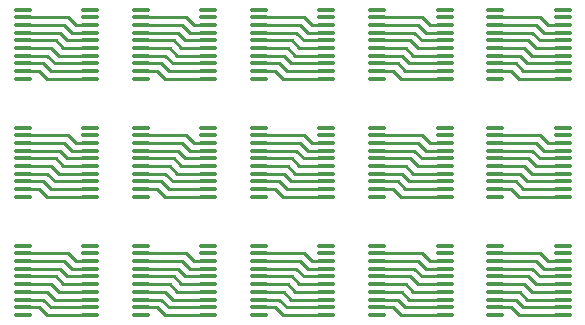
<source format=gbr>
%TF.GenerationSoftware,KiCad,Pcbnew,6.0.9*%
%TF.CreationDate,2023-01-31T22:29:55+01:00*%
%TF.ProjectId,hc245t-bypass-esd-panel,68633234-3574-42d6-9279-706173732d65,${revision}*%
%TF.SameCoordinates,Original*%
%TF.FileFunction,Copper,L2,Bot*%
%TF.FilePolarity,Positive*%
%FSLAX46Y46*%
G04 Gerber Fmt 4.6, Leading zero omitted, Abs format (unit mm)*
G04 Created by KiCad (PCBNEW 6.0.9) date 2023-01-31 22:29:55*
%MOMM*%
%LPD*%
G01*
G04 APERTURE LIST*
G04 Aperture macros list*
%AMRoundRect*
0 Rectangle with rounded corners*
0 $1 Rounding radius*
0 $2 $3 $4 $5 $6 $7 $8 $9 X,Y pos of 4 corners*
0 Add a 4 corners polygon primitive as box body*
4,1,4,$2,$3,$4,$5,$6,$7,$8,$9,$2,$3,0*
0 Add four circle primitives for the rounded corners*
1,1,$1+$1,$2,$3*
1,1,$1+$1,$4,$5*
1,1,$1+$1,$6,$7*
1,1,$1+$1,$8,$9*
0 Add four rect primitives between the rounded corners*
20,1,$1+$1,$2,$3,$4,$5,0*
20,1,$1+$1,$4,$5,$6,$7,0*
20,1,$1+$1,$6,$7,$8,$9,0*
20,1,$1+$1,$8,$9,$2,$3,0*%
G04 Aperture macros list end*
%TA.AperFunction,ComponentPad*%
%ADD10RoundRect,0.100000X-0.637500X-0.100000X0.637500X-0.100000X0.637500X0.100000X-0.637500X0.100000X0*%
%TD*%
%TA.AperFunction,Conductor*%
%ADD11C,0.250000*%
%TD*%
G04 APERTURE END LIST*
D10*
%TO.P,U1,1,A->B*%
%TO.N,unconnected-(U1-Pad1)*%
X102137500Y-82075000D03*
%TO.P,U1,2,A0*%
%TO.N,/D0*%
X102137500Y-82725000D03*
%TO.P,U1,3,A1*%
%TO.N,/D1*%
X102137500Y-83375000D03*
%TO.P,U1,4,A2*%
%TO.N,/D2*%
X102137500Y-84025000D03*
%TO.P,U1,5,A3*%
%TO.N,/D3*%
X102137500Y-84675000D03*
%TO.P,U1,6,A4*%
%TO.N,/D4*%
X102137500Y-85325000D03*
%TO.P,U1,7,A5*%
%TO.N,/D5*%
X102137500Y-85975000D03*
%TO.P,U1,8,A6*%
%TO.N,/D6*%
X102137500Y-86625000D03*
%TO.P,U1,9,A7*%
%TO.N,/D7*%
X102137500Y-87275000D03*
%TO.P,U1,10,GND*%
%TO.N,GND*%
X102137500Y-87925000D03*
%TO.P,U1,11,B7*%
%TO.N,/D7*%
X107862500Y-87925000D03*
%TO.P,U1,12,B6*%
%TO.N,/D6*%
X107862500Y-87275000D03*
%TO.P,U1,13,B5*%
%TO.N,/D5*%
X107862500Y-86625000D03*
%TO.P,U1,14,B4*%
%TO.N,/D4*%
X107862500Y-85975000D03*
%TO.P,U1,15,B3*%
%TO.N,/D3*%
X107862500Y-85325000D03*
%TO.P,U1,16,B2*%
%TO.N,/D2*%
X107862500Y-84675000D03*
%TO.P,U1,17,B1*%
%TO.N,/D1*%
X107862500Y-84025000D03*
%TO.P,U1,18,B0*%
%TO.N,/D0*%
X107862500Y-83375000D03*
%TO.P,U1,19,CE*%
%TO.N,unconnected-(U1-Pad19)*%
X107862500Y-82725000D03*
%TO.P,U1,20,VCC*%
%TO.N,VCC*%
X107862500Y-82075000D03*
%TD*%
%TO.P,U1,1,A->B*%
%TO.N,unconnected-(U1-Pad1)*%
X102137500Y-102075000D03*
%TO.P,U1,2,A0*%
%TO.N,/D0*%
X102137500Y-102725000D03*
%TO.P,U1,3,A1*%
%TO.N,/D1*%
X102137500Y-103375000D03*
%TO.P,U1,4,A2*%
%TO.N,/D2*%
X102137500Y-104025000D03*
%TO.P,U1,5,A3*%
%TO.N,/D3*%
X102137500Y-104675000D03*
%TO.P,U1,6,A4*%
%TO.N,/D4*%
X102137500Y-105325000D03*
%TO.P,U1,7,A5*%
%TO.N,/D5*%
X102137500Y-105975000D03*
%TO.P,U1,8,A6*%
%TO.N,/D6*%
X102137500Y-106625000D03*
%TO.P,U1,9,A7*%
%TO.N,/D7*%
X102137500Y-107275000D03*
%TO.P,U1,10,GND*%
%TO.N,GND*%
X102137500Y-107925000D03*
%TO.P,U1,11,B7*%
%TO.N,/D7*%
X107862500Y-107925000D03*
%TO.P,U1,12,B6*%
%TO.N,/D6*%
X107862500Y-107275000D03*
%TO.P,U1,13,B5*%
%TO.N,/D5*%
X107862500Y-106625000D03*
%TO.P,U1,14,B4*%
%TO.N,/D4*%
X107862500Y-105975000D03*
%TO.P,U1,15,B3*%
%TO.N,/D3*%
X107862500Y-105325000D03*
%TO.P,U1,16,B2*%
%TO.N,/D2*%
X107862500Y-104675000D03*
%TO.P,U1,17,B1*%
%TO.N,/D1*%
X107862500Y-104025000D03*
%TO.P,U1,18,B0*%
%TO.N,/D0*%
X107862500Y-103375000D03*
%TO.P,U1,19,CE*%
%TO.N,unconnected-(U1-Pad19)*%
X107862500Y-102725000D03*
%TO.P,U1,20,VCC*%
%TO.N,VCC*%
X107862500Y-102075000D03*
%TD*%
%TO.P,U1,1,A->B*%
%TO.N,unconnected-(U1-Pad1)*%
X122137500Y-82075000D03*
%TO.P,U1,2,A0*%
%TO.N,/D0*%
X122137500Y-82725000D03*
%TO.P,U1,3,A1*%
%TO.N,/D1*%
X122137500Y-83375000D03*
%TO.P,U1,4,A2*%
%TO.N,/D2*%
X122137500Y-84025000D03*
%TO.P,U1,5,A3*%
%TO.N,/D3*%
X122137500Y-84675000D03*
%TO.P,U1,6,A4*%
%TO.N,/D4*%
X122137500Y-85325000D03*
%TO.P,U1,7,A5*%
%TO.N,/D5*%
X122137500Y-85975000D03*
%TO.P,U1,8,A6*%
%TO.N,/D6*%
X122137500Y-86625000D03*
%TO.P,U1,9,A7*%
%TO.N,/D7*%
X122137500Y-87275000D03*
%TO.P,U1,10,GND*%
%TO.N,GND*%
X122137500Y-87925000D03*
%TO.P,U1,11,B7*%
%TO.N,/D7*%
X127862500Y-87925000D03*
%TO.P,U1,12,B6*%
%TO.N,/D6*%
X127862500Y-87275000D03*
%TO.P,U1,13,B5*%
%TO.N,/D5*%
X127862500Y-86625000D03*
%TO.P,U1,14,B4*%
%TO.N,/D4*%
X127862500Y-85975000D03*
%TO.P,U1,15,B3*%
%TO.N,/D3*%
X127862500Y-85325000D03*
%TO.P,U1,16,B2*%
%TO.N,/D2*%
X127862500Y-84675000D03*
%TO.P,U1,17,B1*%
%TO.N,/D1*%
X127862500Y-84025000D03*
%TO.P,U1,18,B0*%
%TO.N,/D0*%
X127862500Y-83375000D03*
%TO.P,U1,19,CE*%
%TO.N,unconnected-(U1-Pad19)*%
X127862500Y-82725000D03*
%TO.P,U1,20,VCC*%
%TO.N,VCC*%
X127862500Y-82075000D03*
%TD*%
%TO.P,U1,1,A->B*%
%TO.N,unconnected-(U1-Pad1)*%
X92137500Y-82075000D03*
%TO.P,U1,2,A0*%
%TO.N,/D0*%
X92137500Y-82725000D03*
%TO.P,U1,3,A1*%
%TO.N,/D1*%
X92137500Y-83375000D03*
%TO.P,U1,4,A2*%
%TO.N,/D2*%
X92137500Y-84025000D03*
%TO.P,U1,5,A3*%
%TO.N,/D3*%
X92137500Y-84675000D03*
%TO.P,U1,6,A4*%
%TO.N,/D4*%
X92137500Y-85325000D03*
%TO.P,U1,7,A5*%
%TO.N,/D5*%
X92137500Y-85975000D03*
%TO.P,U1,8,A6*%
%TO.N,/D6*%
X92137500Y-86625000D03*
%TO.P,U1,9,A7*%
%TO.N,/D7*%
X92137500Y-87275000D03*
%TO.P,U1,10,GND*%
%TO.N,GND*%
X92137500Y-87925000D03*
%TO.P,U1,11,B7*%
%TO.N,/D7*%
X97862500Y-87925000D03*
%TO.P,U1,12,B6*%
%TO.N,/D6*%
X97862500Y-87275000D03*
%TO.P,U1,13,B5*%
%TO.N,/D5*%
X97862500Y-86625000D03*
%TO.P,U1,14,B4*%
%TO.N,/D4*%
X97862500Y-85975000D03*
%TO.P,U1,15,B3*%
%TO.N,/D3*%
X97862500Y-85325000D03*
%TO.P,U1,16,B2*%
%TO.N,/D2*%
X97862500Y-84675000D03*
%TO.P,U1,17,B1*%
%TO.N,/D1*%
X97862500Y-84025000D03*
%TO.P,U1,18,B0*%
%TO.N,/D0*%
X97862500Y-83375000D03*
%TO.P,U1,19,CE*%
%TO.N,unconnected-(U1-Pad19)*%
X97862500Y-82725000D03*
%TO.P,U1,20,VCC*%
%TO.N,VCC*%
X97862500Y-82075000D03*
%TD*%
%TO.P,U1,1,A->B*%
%TO.N,unconnected-(U1-Pad1)*%
X112137500Y-82075000D03*
%TO.P,U1,2,A0*%
%TO.N,/D0*%
X112137500Y-82725000D03*
%TO.P,U1,3,A1*%
%TO.N,/D1*%
X112137500Y-83375000D03*
%TO.P,U1,4,A2*%
%TO.N,/D2*%
X112137500Y-84025000D03*
%TO.P,U1,5,A3*%
%TO.N,/D3*%
X112137500Y-84675000D03*
%TO.P,U1,6,A4*%
%TO.N,/D4*%
X112137500Y-85325000D03*
%TO.P,U1,7,A5*%
%TO.N,/D5*%
X112137500Y-85975000D03*
%TO.P,U1,8,A6*%
%TO.N,/D6*%
X112137500Y-86625000D03*
%TO.P,U1,9,A7*%
%TO.N,/D7*%
X112137500Y-87275000D03*
%TO.P,U1,10,GND*%
%TO.N,GND*%
X112137500Y-87925000D03*
%TO.P,U1,11,B7*%
%TO.N,/D7*%
X117862500Y-87925000D03*
%TO.P,U1,12,B6*%
%TO.N,/D6*%
X117862500Y-87275000D03*
%TO.P,U1,13,B5*%
%TO.N,/D5*%
X117862500Y-86625000D03*
%TO.P,U1,14,B4*%
%TO.N,/D4*%
X117862500Y-85975000D03*
%TO.P,U1,15,B3*%
%TO.N,/D3*%
X117862500Y-85325000D03*
%TO.P,U1,16,B2*%
%TO.N,/D2*%
X117862500Y-84675000D03*
%TO.P,U1,17,B1*%
%TO.N,/D1*%
X117862500Y-84025000D03*
%TO.P,U1,18,B0*%
%TO.N,/D0*%
X117862500Y-83375000D03*
%TO.P,U1,19,CE*%
%TO.N,unconnected-(U1-Pad19)*%
X117862500Y-82725000D03*
%TO.P,U1,20,VCC*%
%TO.N,VCC*%
X117862500Y-82075000D03*
%TD*%
%TO.P,U1,1,A->B*%
%TO.N,unconnected-(U1-Pad1)*%
X92137500Y-92075000D03*
%TO.P,U1,2,A0*%
%TO.N,/D0*%
X92137500Y-92725000D03*
%TO.P,U1,3,A1*%
%TO.N,/D1*%
X92137500Y-93375000D03*
%TO.P,U1,4,A2*%
%TO.N,/D2*%
X92137500Y-94025000D03*
%TO.P,U1,5,A3*%
%TO.N,/D3*%
X92137500Y-94675000D03*
%TO.P,U1,6,A4*%
%TO.N,/D4*%
X92137500Y-95325000D03*
%TO.P,U1,7,A5*%
%TO.N,/D5*%
X92137500Y-95975000D03*
%TO.P,U1,8,A6*%
%TO.N,/D6*%
X92137500Y-96625000D03*
%TO.P,U1,9,A7*%
%TO.N,/D7*%
X92137500Y-97275000D03*
%TO.P,U1,10,GND*%
%TO.N,GND*%
X92137500Y-97925000D03*
%TO.P,U1,11,B7*%
%TO.N,/D7*%
X97862500Y-97925000D03*
%TO.P,U1,12,B6*%
%TO.N,/D6*%
X97862500Y-97275000D03*
%TO.P,U1,13,B5*%
%TO.N,/D5*%
X97862500Y-96625000D03*
%TO.P,U1,14,B4*%
%TO.N,/D4*%
X97862500Y-95975000D03*
%TO.P,U1,15,B3*%
%TO.N,/D3*%
X97862500Y-95325000D03*
%TO.P,U1,16,B2*%
%TO.N,/D2*%
X97862500Y-94675000D03*
%TO.P,U1,17,B1*%
%TO.N,/D1*%
X97862500Y-94025000D03*
%TO.P,U1,18,B0*%
%TO.N,/D0*%
X97862500Y-93375000D03*
%TO.P,U1,19,CE*%
%TO.N,unconnected-(U1-Pad19)*%
X97862500Y-92725000D03*
%TO.P,U1,20,VCC*%
%TO.N,VCC*%
X97862500Y-92075000D03*
%TD*%
%TO.P,U1,1,A->B*%
%TO.N,unconnected-(U1-Pad1)*%
X112137500Y-102075000D03*
%TO.P,U1,2,A0*%
%TO.N,/D0*%
X112137500Y-102725000D03*
%TO.P,U1,3,A1*%
%TO.N,/D1*%
X112137500Y-103375000D03*
%TO.P,U1,4,A2*%
%TO.N,/D2*%
X112137500Y-104025000D03*
%TO.P,U1,5,A3*%
%TO.N,/D3*%
X112137500Y-104675000D03*
%TO.P,U1,6,A4*%
%TO.N,/D4*%
X112137500Y-105325000D03*
%TO.P,U1,7,A5*%
%TO.N,/D5*%
X112137500Y-105975000D03*
%TO.P,U1,8,A6*%
%TO.N,/D6*%
X112137500Y-106625000D03*
%TO.P,U1,9,A7*%
%TO.N,/D7*%
X112137500Y-107275000D03*
%TO.P,U1,10,GND*%
%TO.N,GND*%
X112137500Y-107925000D03*
%TO.P,U1,11,B7*%
%TO.N,/D7*%
X117862500Y-107925000D03*
%TO.P,U1,12,B6*%
%TO.N,/D6*%
X117862500Y-107275000D03*
%TO.P,U1,13,B5*%
%TO.N,/D5*%
X117862500Y-106625000D03*
%TO.P,U1,14,B4*%
%TO.N,/D4*%
X117862500Y-105975000D03*
%TO.P,U1,15,B3*%
%TO.N,/D3*%
X117862500Y-105325000D03*
%TO.P,U1,16,B2*%
%TO.N,/D2*%
X117862500Y-104675000D03*
%TO.P,U1,17,B1*%
%TO.N,/D1*%
X117862500Y-104025000D03*
%TO.P,U1,18,B0*%
%TO.N,/D0*%
X117862500Y-103375000D03*
%TO.P,U1,19,CE*%
%TO.N,unconnected-(U1-Pad19)*%
X117862500Y-102725000D03*
%TO.P,U1,20,VCC*%
%TO.N,VCC*%
X117862500Y-102075000D03*
%TD*%
%TO.P,U1,1,A->B*%
%TO.N,unconnected-(U1-Pad1)*%
X132137500Y-92075000D03*
%TO.P,U1,2,A0*%
%TO.N,/D0*%
X132137500Y-92725000D03*
%TO.P,U1,3,A1*%
%TO.N,/D1*%
X132137500Y-93375000D03*
%TO.P,U1,4,A2*%
%TO.N,/D2*%
X132137500Y-94025000D03*
%TO.P,U1,5,A3*%
%TO.N,/D3*%
X132137500Y-94675000D03*
%TO.P,U1,6,A4*%
%TO.N,/D4*%
X132137500Y-95325000D03*
%TO.P,U1,7,A5*%
%TO.N,/D5*%
X132137500Y-95975000D03*
%TO.P,U1,8,A6*%
%TO.N,/D6*%
X132137500Y-96625000D03*
%TO.P,U1,9,A7*%
%TO.N,/D7*%
X132137500Y-97275000D03*
%TO.P,U1,10,GND*%
%TO.N,GND*%
X132137500Y-97925000D03*
%TO.P,U1,11,B7*%
%TO.N,/D7*%
X137862500Y-97925000D03*
%TO.P,U1,12,B6*%
%TO.N,/D6*%
X137862500Y-97275000D03*
%TO.P,U1,13,B5*%
%TO.N,/D5*%
X137862500Y-96625000D03*
%TO.P,U1,14,B4*%
%TO.N,/D4*%
X137862500Y-95975000D03*
%TO.P,U1,15,B3*%
%TO.N,/D3*%
X137862500Y-95325000D03*
%TO.P,U1,16,B2*%
%TO.N,/D2*%
X137862500Y-94675000D03*
%TO.P,U1,17,B1*%
%TO.N,/D1*%
X137862500Y-94025000D03*
%TO.P,U1,18,B0*%
%TO.N,/D0*%
X137862500Y-93375000D03*
%TO.P,U1,19,CE*%
%TO.N,unconnected-(U1-Pad19)*%
X137862500Y-92725000D03*
%TO.P,U1,20,VCC*%
%TO.N,VCC*%
X137862500Y-92075000D03*
%TD*%
%TO.P,U1,1,A->B*%
%TO.N,unconnected-(U1-Pad1)*%
X132137500Y-102075000D03*
%TO.P,U1,2,A0*%
%TO.N,/D0*%
X132137500Y-102725000D03*
%TO.P,U1,3,A1*%
%TO.N,/D1*%
X132137500Y-103375000D03*
%TO.P,U1,4,A2*%
%TO.N,/D2*%
X132137500Y-104025000D03*
%TO.P,U1,5,A3*%
%TO.N,/D3*%
X132137500Y-104675000D03*
%TO.P,U1,6,A4*%
%TO.N,/D4*%
X132137500Y-105325000D03*
%TO.P,U1,7,A5*%
%TO.N,/D5*%
X132137500Y-105975000D03*
%TO.P,U1,8,A6*%
%TO.N,/D6*%
X132137500Y-106625000D03*
%TO.P,U1,9,A7*%
%TO.N,/D7*%
X132137500Y-107275000D03*
%TO.P,U1,10,GND*%
%TO.N,GND*%
X132137500Y-107925000D03*
%TO.P,U1,11,B7*%
%TO.N,/D7*%
X137862500Y-107925000D03*
%TO.P,U1,12,B6*%
%TO.N,/D6*%
X137862500Y-107275000D03*
%TO.P,U1,13,B5*%
%TO.N,/D5*%
X137862500Y-106625000D03*
%TO.P,U1,14,B4*%
%TO.N,/D4*%
X137862500Y-105975000D03*
%TO.P,U1,15,B3*%
%TO.N,/D3*%
X137862500Y-105325000D03*
%TO.P,U1,16,B2*%
%TO.N,/D2*%
X137862500Y-104675000D03*
%TO.P,U1,17,B1*%
%TO.N,/D1*%
X137862500Y-104025000D03*
%TO.P,U1,18,B0*%
%TO.N,/D0*%
X137862500Y-103375000D03*
%TO.P,U1,19,CE*%
%TO.N,unconnected-(U1-Pad19)*%
X137862500Y-102725000D03*
%TO.P,U1,20,VCC*%
%TO.N,VCC*%
X137862500Y-102075000D03*
%TD*%
%TO.P,U1,1,A->B*%
%TO.N,unconnected-(U1-Pad1)*%
X122137500Y-102075000D03*
%TO.P,U1,2,A0*%
%TO.N,/D0*%
X122137500Y-102725000D03*
%TO.P,U1,3,A1*%
%TO.N,/D1*%
X122137500Y-103375000D03*
%TO.P,U1,4,A2*%
%TO.N,/D2*%
X122137500Y-104025000D03*
%TO.P,U1,5,A3*%
%TO.N,/D3*%
X122137500Y-104675000D03*
%TO.P,U1,6,A4*%
%TO.N,/D4*%
X122137500Y-105325000D03*
%TO.P,U1,7,A5*%
%TO.N,/D5*%
X122137500Y-105975000D03*
%TO.P,U1,8,A6*%
%TO.N,/D6*%
X122137500Y-106625000D03*
%TO.P,U1,9,A7*%
%TO.N,/D7*%
X122137500Y-107275000D03*
%TO.P,U1,10,GND*%
%TO.N,GND*%
X122137500Y-107925000D03*
%TO.P,U1,11,B7*%
%TO.N,/D7*%
X127862500Y-107925000D03*
%TO.P,U1,12,B6*%
%TO.N,/D6*%
X127862500Y-107275000D03*
%TO.P,U1,13,B5*%
%TO.N,/D5*%
X127862500Y-106625000D03*
%TO.P,U1,14,B4*%
%TO.N,/D4*%
X127862500Y-105975000D03*
%TO.P,U1,15,B3*%
%TO.N,/D3*%
X127862500Y-105325000D03*
%TO.P,U1,16,B2*%
%TO.N,/D2*%
X127862500Y-104675000D03*
%TO.P,U1,17,B1*%
%TO.N,/D1*%
X127862500Y-104025000D03*
%TO.P,U1,18,B0*%
%TO.N,/D0*%
X127862500Y-103375000D03*
%TO.P,U1,19,CE*%
%TO.N,unconnected-(U1-Pad19)*%
X127862500Y-102725000D03*
%TO.P,U1,20,VCC*%
%TO.N,VCC*%
X127862500Y-102075000D03*
%TD*%
%TO.P,U1,1,A->B*%
%TO.N,unconnected-(U1-Pad1)*%
X122137500Y-92075000D03*
%TO.P,U1,2,A0*%
%TO.N,/D0*%
X122137500Y-92725000D03*
%TO.P,U1,3,A1*%
%TO.N,/D1*%
X122137500Y-93375000D03*
%TO.P,U1,4,A2*%
%TO.N,/D2*%
X122137500Y-94025000D03*
%TO.P,U1,5,A3*%
%TO.N,/D3*%
X122137500Y-94675000D03*
%TO.P,U1,6,A4*%
%TO.N,/D4*%
X122137500Y-95325000D03*
%TO.P,U1,7,A5*%
%TO.N,/D5*%
X122137500Y-95975000D03*
%TO.P,U1,8,A6*%
%TO.N,/D6*%
X122137500Y-96625000D03*
%TO.P,U1,9,A7*%
%TO.N,/D7*%
X122137500Y-97275000D03*
%TO.P,U1,10,GND*%
%TO.N,GND*%
X122137500Y-97925000D03*
%TO.P,U1,11,B7*%
%TO.N,/D7*%
X127862500Y-97925000D03*
%TO.P,U1,12,B6*%
%TO.N,/D6*%
X127862500Y-97275000D03*
%TO.P,U1,13,B5*%
%TO.N,/D5*%
X127862500Y-96625000D03*
%TO.P,U1,14,B4*%
%TO.N,/D4*%
X127862500Y-95975000D03*
%TO.P,U1,15,B3*%
%TO.N,/D3*%
X127862500Y-95325000D03*
%TO.P,U1,16,B2*%
%TO.N,/D2*%
X127862500Y-94675000D03*
%TO.P,U1,17,B1*%
%TO.N,/D1*%
X127862500Y-94025000D03*
%TO.P,U1,18,B0*%
%TO.N,/D0*%
X127862500Y-93375000D03*
%TO.P,U1,19,CE*%
%TO.N,unconnected-(U1-Pad19)*%
X127862500Y-92725000D03*
%TO.P,U1,20,VCC*%
%TO.N,VCC*%
X127862500Y-92075000D03*
%TD*%
%TO.P,U1,1,A->B*%
%TO.N,unconnected-(U1-Pad1)*%
X92137500Y-102075000D03*
%TO.P,U1,2,A0*%
%TO.N,/D0*%
X92137500Y-102725000D03*
%TO.P,U1,3,A1*%
%TO.N,/D1*%
X92137500Y-103375000D03*
%TO.P,U1,4,A2*%
%TO.N,/D2*%
X92137500Y-104025000D03*
%TO.P,U1,5,A3*%
%TO.N,/D3*%
X92137500Y-104675000D03*
%TO.P,U1,6,A4*%
%TO.N,/D4*%
X92137500Y-105325000D03*
%TO.P,U1,7,A5*%
%TO.N,/D5*%
X92137500Y-105975000D03*
%TO.P,U1,8,A6*%
%TO.N,/D6*%
X92137500Y-106625000D03*
%TO.P,U1,9,A7*%
%TO.N,/D7*%
X92137500Y-107275000D03*
%TO.P,U1,10,GND*%
%TO.N,GND*%
X92137500Y-107925000D03*
%TO.P,U1,11,B7*%
%TO.N,/D7*%
X97862500Y-107925000D03*
%TO.P,U1,12,B6*%
%TO.N,/D6*%
X97862500Y-107275000D03*
%TO.P,U1,13,B5*%
%TO.N,/D5*%
X97862500Y-106625000D03*
%TO.P,U1,14,B4*%
%TO.N,/D4*%
X97862500Y-105975000D03*
%TO.P,U1,15,B3*%
%TO.N,/D3*%
X97862500Y-105325000D03*
%TO.P,U1,16,B2*%
%TO.N,/D2*%
X97862500Y-104675000D03*
%TO.P,U1,17,B1*%
%TO.N,/D1*%
X97862500Y-104025000D03*
%TO.P,U1,18,B0*%
%TO.N,/D0*%
X97862500Y-103375000D03*
%TO.P,U1,19,CE*%
%TO.N,unconnected-(U1-Pad19)*%
X97862500Y-102725000D03*
%TO.P,U1,20,VCC*%
%TO.N,VCC*%
X97862500Y-102075000D03*
%TD*%
%TO.P,U1,1,A->B*%
%TO.N,unconnected-(U1-Pad1)*%
X102137500Y-92075000D03*
%TO.P,U1,2,A0*%
%TO.N,/D0*%
X102137500Y-92725000D03*
%TO.P,U1,3,A1*%
%TO.N,/D1*%
X102137500Y-93375000D03*
%TO.P,U1,4,A2*%
%TO.N,/D2*%
X102137500Y-94025000D03*
%TO.P,U1,5,A3*%
%TO.N,/D3*%
X102137500Y-94675000D03*
%TO.P,U1,6,A4*%
%TO.N,/D4*%
X102137500Y-95325000D03*
%TO.P,U1,7,A5*%
%TO.N,/D5*%
X102137500Y-95975000D03*
%TO.P,U1,8,A6*%
%TO.N,/D6*%
X102137500Y-96625000D03*
%TO.P,U1,9,A7*%
%TO.N,/D7*%
X102137500Y-97275000D03*
%TO.P,U1,10,GND*%
%TO.N,GND*%
X102137500Y-97925000D03*
%TO.P,U1,11,B7*%
%TO.N,/D7*%
X107862500Y-97925000D03*
%TO.P,U1,12,B6*%
%TO.N,/D6*%
X107862500Y-97275000D03*
%TO.P,U1,13,B5*%
%TO.N,/D5*%
X107862500Y-96625000D03*
%TO.P,U1,14,B4*%
%TO.N,/D4*%
X107862500Y-95975000D03*
%TO.P,U1,15,B3*%
%TO.N,/D3*%
X107862500Y-95325000D03*
%TO.P,U1,16,B2*%
%TO.N,/D2*%
X107862500Y-94675000D03*
%TO.P,U1,17,B1*%
%TO.N,/D1*%
X107862500Y-94025000D03*
%TO.P,U1,18,B0*%
%TO.N,/D0*%
X107862500Y-93375000D03*
%TO.P,U1,19,CE*%
%TO.N,unconnected-(U1-Pad19)*%
X107862500Y-92725000D03*
%TO.P,U1,20,VCC*%
%TO.N,VCC*%
X107862500Y-92075000D03*
%TD*%
%TO.P,U1,1,A->B*%
%TO.N,unconnected-(U1-Pad1)*%
X112137500Y-92075000D03*
%TO.P,U1,2,A0*%
%TO.N,/D0*%
X112137500Y-92725000D03*
%TO.P,U1,3,A1*%
%TO.N,/D1*%
X112137500Y-93375000D03*
%TO.P,U1,4,A2*%
%TO.N,/D2*%
X112137500Y-94025000D03*
%TO.P,U1,5,A3*%
%TO.N,/D3*%
X112137500Y-94675000D03*
%TO.P,U1,6,A4*%
%TO.N,/D4*%
X112137500Y-95325000D03*
%TO.P,U1,7,A5*%
%TO.N,/D5*%
X112137500Y-95975000D03*
%TO.P,U1,8,A6*%
%TO.N,/D6*%
X112137500Y-96625000D03*
%TO.P,U1,9,A7*%
%TO.N,/D7*%
X112137500Y-97275000D03*
%TO.P,U1,10,GND*%
%TO.N,GND*%
X112137500Y-97925000D03*
%TO.P,U1,11,B7*%
%TO.N,/D7*%
X117862500Y-97925000D03*
%TO.P,U1,12,B6*%
%TO.N,/D6*%
X117862500Y-97275000D03*
%TO.P,U1,13,B5*%
%TO.N,/D5*%
X117862500Y-96625000D03*
%TO.P,U1,14,B4*%
%TO.N,/D4*%
X117862500Y-95975000D03*
%TO.P,U1,15,B3*%
%TO.N,/D3*%
X117862500Y-95325000D03*
%TO.P,U1,16,B2*%
%TO.N,/D2*%
X117862500Y-94675000D03*
%TO.P,U1,17,B1*%
%TO.N,/D1*%
X117862500Y-94025000D03*
%TO.P,U1,18,B0*%
%TO.N,/D0*%
X117862500Y-93375000D03*
%TO.P,U1,19,CE*%
%TO.N,unconnected-(U1-Pad19)*%
X117862500Y-92725000D03*
%TO.P,U1,20,VCC*%
%TO.N,VCC*%
X117862500Y-92075000D03*
%TD*%
%TO.P,U1,1,A->B*%
%TO.N,unconnected-(U1-Pad1)*%
X132137500Y-82075000D03*
%TO.P,U1,2,A0*%
%TO.N,/D0*%
X132137500Y-82725000D03*
%TO.P,U1,3,A1*%
%TO.N,/D1*%
X132137500Y-83375000D03*
%TO.P,U1,4,A2*%
%TO.N,/D2*%
X132137500Y-84025000D03*
%TO.P,U1,5,A3*%
%TO.N,/D3*%
X132137500Y-84675000D03*
%TO.P,U1,6,A4*%
%TO.N,/D4*%
X132137500Y-85325000D03*
%TO.P,U1,7,A5*%
%TO.N,/D5*%
X132137500Y-85975000D03*
%TO.P,U1,8,A6*%
%TO.N,/D6*%
X132137500Y-86625000D03*
%TO.P,U1,9,A7*%
%TO.N,/D7*%
X132137500Y-87275000D03*
%TO.P,U1,10,GND*%
%TO.N,GND*%
X132137500Y-87925000D03*
%TO.P,U1,11,B7*%
%TO.N,/D7*%
X137862500Y-87925000D03*
%TO.P,U1,12,B6*%
%TO.N,/D6*%
X137862500Y-87275000D03*
%TO.P,U1,13,B5*%
%TO.N,/D5*%
X137862500Y-86625000D03*
%TO.P,U1,14,B4*%
%TO.N,/D4*%
X137862500Y-85975000D03*
%TO.P,U1,15,B3*%
%TO.N,/D3*%
X137862500Y-85325000D03*
%TO.P,U1,16,B2*%
%TO.N,/D2*%
X137862500Y-84675000D03*
%TO.P,U1,17,B1*%
%TO.N,/D1*%
X137862500Y-84025000D03*
%TO.P,U1,18,B0*%
%TO.N,/D0*%
X137862500Y-83375000D03*
%TO.P,U1,19,CE*%
%TO.N,unconnected-(U1-Pad19)*%
X137862500Y-82725000D03*
%TO.P,U1,20,VCC*%
%TO.N,VCC*%
X137862500Y-82075000D03*
%TD*%
D11*
%TO.N,/D1*%
X125625000Y-93375000D02*
X126275000Y-94025000D01*
X126275000Y-84025000D02*
X127862500Y-84025000D01*
X102137500Y-93375000D02*
X105625000Y-93375000D01*
X106275000Y-94025000D02*
X107862500Y-94025000D01*
X112137500Y-93375000D02*
X115625000Y-93375000D01*
X96275000Y-84025000D02*
X97862500Y-84025000D01*
X105625000Y-103375000D02*
X106275000Y-104025000D01*
X122137500Y-103375000D02*
X125625000Y-103375000D01*
X92137500Y-83375000D02*
X95625000Y-83375000D01*
X116275000Y-94025000D02*
X117862500Y-94025000D01*
X92137500Y-103375000D02*
X95625000Y-103375000D01*
X95625000Y-103375000D02*
X96275000Y-104025000D01*
X95625000Y-93375000D02*
X96275000Y-94025000D01*
X115625000Y-103375000D02*
X116275000Y-104025000D01*
X115625000Y-93375000D02*
X116275000Y-94025000D01*
X136275000Y-94025000D02*
X137862500Y-94025000D01*
X95625000Y-83375000D02*
X96275000Y-84025000D01*
X105625000Y-93375000D02*
X106275000Y-94025000D01*
X116275000Y-84025000D02*
X117862500Y-84025000D01*
X126275000Y-94025000D02*
X127862500Y-94025000D01*
X122137500Y-93375000D02*
X125625000Y-93375000D01*
X115625000Y-83375000D02*
X116275000Y-84025000D01*
X136275000Y-104025000D02*
X137862500Y-104025000D01*
X112137500Y-103375000D02*
X115625000Y-103375000D01*
X132137500Y-103375000D02*
X135625000Y-103375000D01*
X125625000Y-103375000D02*
X126275000Y-104025000D01*
X102137500Y-103375000D02*
X105625000Y-103375000D01*
X116275000Y-104025000D02*
X117862500Y-104025000D01*
X136275000Y-84025000D02*
X137862500Y-84025000D01*
X132137500Y-83375000D02*
X135625000Y-83375000D01*
X106275000Y-84025000D02*
X107862500Y-84025000D01*
X126275000Y-104025000D02*
X127862500Y-104025000D01*
X112137500Y-83375000D02*
X115625000Y-83375000D01*
X105625000Y-83375000D02*
X106275000Y-84025000D01*
X96275000Y-104025000D02*
X97862500Y-104025000D01*
X96275000Y-94025000D02*
X97862500Y-94025000D01*
X102137500Y-83375000D02*
X105625000Y-83375000D01*
X122137500Y-83375000D02*
X125625000Y-83375000D01*
X125625000Y-83375000D02*
X126275000Y-84025000D01*
X132137500Y-93375000D02*
X135625000Y-93375000D01*
X135625000Y-93375000D02*
X136275000Y-94025000D01*
X135625000Y-103375000D02*
X136275000Y-104025000D01*
X92137500Y-93375000D02*
X95625000Y-93375000D01*
X135625000Y-83375000D02*
X136275000Y-84025000D01*
X106275000Y-104025000D02*
X107862500Y-104025000D01*
%TO.N,/D3*%
X112137500Y-104675000D02*
X114925000Y-104675000D01*
X125575000Y-95325000D02*
X127862500Y-95325000D01*
X92137500Y-84675000D02*
X94925000Y-84675000D01*
X115575000Y-105325000D02*
X117862500Y-105325000D01*
X122137500Y-94675000D02*
X124925000Y-94675000D01*
X125575000Y-85325000D02*
X127862500Y-85325000D01*
X134925000Y-94675000D02*
X135575000Y-95325000D01*
X134925000Y-104675000D02*
X135575000Y-105325000D01*
X104925000Y-104675000D02*
X105575000Y-105325000D01*
X122137500Y-104675000D02*
X124925000Y-104675000D01*
X102137500Y-104675000D02*
X104925000Y-104675000D01*
X115575000Y-85325000D02*
X117862500Y-85325000D01*
X135575000Y-85325000D02*
X137862500Y-85325000D01*
X94925000Y-104675000D02*
X95575000Y-105325000D01*
X114925000Y-104675000D02*
X115575000Y-105325000D01*
X125575000Y-105325000D02*
X127862500Y-105325000D01*
X115575000Y-95325000D02*
X117862500Y-95325000D01*
X94925000Y-84675000D02*
X95575000Y-85325000D01*
X102137500Y-84675000D02*
X104925000Y-84675000D01*
X135575000Y-105325000D02*
X137862500Y-105325000D01*
X95575000Y-95325000D02*
X97862500Y-95325000D01*
X114925000Y-94675000D02*
X115575000Y-95325000D01*
X114925000Y-84675000D02*
X115575000Y-85325000D01*
X132137500Y-94675000D02*
X134925000Y-94675000D01*
X135575000Y-95325000D02*
X137862500Y-95325000D01*
X124925000Y-94675000D02*
X125575000Y-95325000D01*
X132137500Y-104675000D02*
X134925000Y-104675000D01*
X124925000Y-104675000D02*
X125575000Y-105325000D01*
X95575000Y-105325000D02*
X97862500Y-105325000D01*
X122137500Y-84675000D02*
X124925000Y-84675000D01*
X112137500Y-84675000D02*
X114925000Y-84675000D01*
X134925000Y-84675000D02*
X135575000Y-85325000D01*
X95575000Y-85325000D02*
X97862500Y-85325000D01*
X105575000Y-105325000D02*
X107862500Y-105325000D01*
X94925000Y-94675000D02*
X95575000Y-95325000D01*
X102137500Y-94675000D02*
X104925000Y-94675000D01*
X105575000Y-95325000D02*
X107862500Y-95325000D01*
X92137500Y-94675000D02*
X94925000Y-94675000D01*
X92137500Y-104675000D02*
X94925000Y-104675000D01*
X104925000Y-84675000D02*
X105575000Y-85325000D01*
X124925000Y-84675000D02*
X125575000Y-85325000D01*
X112137500Y-94675000D02*
X114925000Y-94675000D01*
X105575000Y-85325000D02*
X107862500Y-85325000D01*
X132137500Y-84675000D02*
X134925000Y-84675000D01*
X104925000Y-94675000D02*
X105575000Y-95325000D01*
%TO.N,/D2*%
X135925000Y-84675000D02*
X137862500Y-84675000D01*
X132137500Y-104025000D02*
X135275000Y-104025000D01*
X125925000Y-84675000D02*
X127862500Y-84675000D01*
X95925000Y-94675000D02*
X97862500Y-94675000D01*
X105925000Y-84675000D02*
X107862500Y-84675000D01*
X92137500Y-84025000D02*
X95275000Y-84025000D01*
X132137500Y-84025000D02*
X135275000Y-84025000D01*
X115275000Y-94025000D02*
X115925000Y-94675000D01*
X115925000Y-84675000D02*
X117862500Y-84675000D01*
X125925000Y-104675000D02*
X127862500Y-104675000D01*
X135925000Y-104675000D02*
X137862500Y-104675000D01*
X95925000Y-104675000D02*
X97862500Y-104675000D01*
X112137500Y-94025000D02*
X115275000Y-94025000D01*
X105275000Y-84025000D02*
X105925000Y-84675000D01*
X105275000Y-104025000D02*
X105925000Y-104675000D01*
X105275000Y-94025000D02*
X105925000Y-94675000D01*
X102137500Y-84025000D02*
X105275000Y-84025000D01*
X115925000Y-94675000D02*
X117862500Y-94675000D01*
X115275000Y-104025000D02*
X115925000Y-104675000D01*
X122137500Y-84025000D02*
X125275000Y-84025000D01*
X125925000Y-94675000D02*
X127862500Y-94675000D01*
X122137500Y-94025000D02*
X125275000Y-94025000D01*
X105925000Y-94675000D02*
X107862500Y-94675000D01*
X115275000Y-84025000D02*
X115925000Y-84675000D01*
X135275000Y-84025000D02*
X135925000Y-84675000D01*
X92137500Y-94025000D02*
X95275000Y-94025000D01*
X112137500Y-104025000D02*
X115275000Y-104025000D01*
X102137500Y-94025000D02*
X105275000Y-94025000D01*
X95925000Y-84675000D02*
X97862500Y-84675000D01*
X135275000Y-104025000D02*
X135925000Y-104675000D01*
X122137500Y-104025000D02*
X125275000Y-104025000D01*
X125275000Y-104025000D02*
X125925000Y-104675000D01*
X135275000Y-94025000D02*
X135925000Y-94675000D01*
X102137500Y-104025000D02*
X105275000Y-104025000D01*
X95275000Y-94025000D02*
X95925000Y-94675000D01*
X92137500Y-104025000D02*
X95275000Y-104025000D01*
X112137500Y-84025000D02*
X115275000Y-84025000D01*
X125275000Y-84025000D02*
X125925000Y-84675000D01*
X95275000Y-84025000D02*
X95925000Y-84675000D01*
X125275000Y-94025000D02*
X125925000Y-94675000D01*
X135925000Y-94675000D02*
X137862500Y-94675000D01*
X95275000Y-104025000D02*
X95925000Y-104675000D01*
X105925000Y-104675000D02*
X107862500Y-104675000D01*
X132137500Y-94025000D02*
X135275000Y-94025000D01*
X115925000Y-104675000D02*
X117862500Y-104675000D01*
%TO.N,/D0*%
X126625000Y-83375000D02*
X127862500Y-83375000D01*
X122137500Y-102725000D02*
X125975000Y-102725000D01*
X125975000Y-82725000D02*
X126625000Y-83375000D01*
X112137500Y-82725000D02*
X115975000Y-82725000D01*
X135975000Y-92725000D02*
X136625000Y-93375000D01*
X126625000Y-93375000D02*
X127862500Y-93375000D01*
X132137500Y-82725000D02*
X135975000Y-82725000D01*
X92137500Y-102725000D02*
X95975000Y-102725000D01*
X105975000Y-92725000D02*
X106625000Y-93375000D01*
X106625000Y-93375000D02*
X107862500Y-93375000D01*
X116625000Y-93375000D02*
X117862500Y-93375000D01*
X132137500Y-92725000D02*
X135975000Y-92725000D01*
X95975000Y-82725000D02*
X96625000Y-83375000D01*
X102137500Y-92725000D02*
X105975000Y-92725000D01*
X116625000Y-103375000D02*
X117862500Y-103375000D01*
X102137500Y-82725000D02*
X105975000Y-82725000D01*
X106625000Y-103375000D02*
X107862500Y-103375000D01*
X92137500Y-82725000D02*
X95975000Y-82725000D01*
X122137500Y-82725000D02*
X125975000Y-82725000D01*
X112137500Y-92725000D02*
X115975000Y-92725000D01*
X126625000Y-103375000D02*
X127862500Y-103375000D01*
X105975000Y-82725000D02*
X106625000Y-83375000D01*
X95975000Y-102725000D02*
X96625000Y-103375000D01*
X122137500Y-92725000D02*
X125975000Y-92725000D01*
X106625000Y-83375000D02*
X107862500Y-83375000D01*
X136625000Y-83375000D02*
X137862500Y-83375000D01*
X115975000Y-82725000D02*
X116625000Y-83375000D01*
X132137500Y-102725000D02*
X135975000Y-102725000D01*
X135975000Y-82725000D02*
X136625000Y-83375000D01*
X136625000Y-103375000D02*
X137862500Y-103375000D01*
X125975000Y-102725000D02*
X126625000Y-103375000D01*
X136625000Y-93375000D02*
X137862500Y-93375000D01*
X105975000Y-102725000D02*
X106625000Y-103375000D01*
X135975000Y-102725000D02*
X136625000Y-103375000D01*
X96625000Y-103375000D02*
X97862500Y-103375000D01*
X115975000Y-102725000D02*
X116625000Y-103375000D01*
X95975000Y-92725000D02*
X96625000Y-93375000D01*
X115975000Y-92725000D02*
X116625000Y-93375000D01*
X112137500Y-102725000D02*
X115975000Y-102725000D01*
X102137500Y-102725000D02*
X105975000Y-102725000D01*
X116625000Y-83375000D02*
X117862500Y-83375000D01*
X92137500Y-92725000D02*
X95975000Y-92725000D01*
X125975000Y-92725000D02*
X126625000Y-93375000D01*
X96625000Y-83375000D02*
X97862500Y-83375000D01*
X96625000Y-93375000D02*
X97862500Y-93375000D01*
%TO.N,/D5*%
X102137500Y-95975000D02*
X104225000Y-95975000D01*
X114225000Y-95975000D02*
X114875000Y-96625000D01*
X124875000Y-96625000D02*
X127862500Y-96625000D01*
X132137500Y-95975000D02*
X134225000Y-95975000D01*
X112137500Y-105975000D02*
X114225000Y-105975000D01*
X112137500Y-95975000D02*
X114225000Y-95975000D01*
X124875000Y-86625000D02*
X127862500Y-86625000D01*
X122137500Y-105975000D02*
X124225000Y-105975000D01*
X92137500Y-105975000D02*
X94225000Y-105975000D01*
X104225000Y-85975000D02*
X104875000Y-86625000D01*
X104225000Y-105975000D02*
X104875000Y-106625000D01*
X124875000Y-106625000D02*
X127862500Y-106625000D01*
X114875000Y-96625000D02*
X117862500Y-96625000D01*
X102137500Y-105975000D02*
X104225000Y-105975000D01*
X94875000Y-86625000D02*
X97862500Y-86625000D01*
X94875000Y-106625000D02*
X97862500Y-106625000D01*
X92137500Y-85975000D02*
X94225000Y-85975000D01*
X114875000Y-106625000D02*
X117862500Y-106625000D01*
X114225000Y-105975000D02*
X114875000Y-106625000D01*
X94225000Y-95975000D02*
X94875000Y-96625000D01*
X102137500Y-85975000D02*
X104225000Y-85975000D01*
X134875000Y-96625000D02*
X137862500Y-96625000D01*
X124225000Y-85975000D02*
X124875000Y-86625000D01*
X94875000Y-96625000D02*
X97862500Y-96625000D01*
X112137500Y-85975000D02*
X114225000Y-85975000D01*
X122137500Y-85975000D02*
X124225000Y-85975000D01*
X94225000Y-105975000D02*
X94875000Y-106625000D01*
X122137500Y-95975000D02*
X124225000Y-95975000D01*
X134225000Y-85975000D02*
X134875000Y-86625000D01*
X134875000Y-106625000D02*
X137862500Y-106625000D01*
X104875000Y-96625000D02*
X107862500Y-96625000D01*
X114875000Y-86625000D02*
X117862500Y-86625000D01*
X92137500Y-95975000D02*
X94225000Y-95975000D01*
X94225000Y-85975000D02*
X94875000Y-86625000D01*
X124225000Y-95975000D02*
X124875000Y-96625000D01*
X134225000Y-95975000D02*
X134875000Y-96625000D01*
X124225000Y-105975000D02*
X124875000Y-106625000D01*
X132137500Y-85975000D02*
X134225000Y-85975000D01*
X104225000Y-95975000D02*
X104875000Y-96625000D01*
X134225000Y-105975000D02*
X134875000Y-106625000D01*
X114225000Y-85975000D02*
X114875000Y-86625000D01*
X132137500Y-105975000D02*
X134225000Y-105975000D01*
X134875000Y-86625000D02*
X137862500Y-86625000D01*
X104875000Y-86625000D02*
X107862500Y-86625000D01*
X104875000Y-106625000D02*
X107862500Y-106625000D01*
%TO.N,/D7*%
X103525000Y-97275000D02*
X104175000Y-97925000D01*
X123525000Y-87275000D02*
X124175000Y-87925000D01*
X132137500Y-97275000D02*
X133525000Y-97275000D01*
X93525000Y-97275000D02*
X94175000Y-97925000D01*
X113525000Y-87275000D02*
X114175000Y-87925000D01*
X124175000Y-107925000D02*
X127862500Y-107925000D01*
X93525000Y-107275000D02*
X94175000Y-107925000D01*
X134175000Y-97925000D02*
X137862500Y-97925000D01*
X94175000Y-87925000D02*
X97862500Y-87925000D01*
X113525000Y-107275000D02*
X114175000Y-107925000D01*
X103525000Y-107275000D02*
X104175000Y-107925000D01*
X123525000Y-107275000D02*
X124175000Y-107925000D01*
X124175000Y-97925000D02*
X127862500Y-97925000D01*
X102137500Y-87275000D02*
X103525000Y-87275000D01*
X113525000Y-97275000D02*
X114175000Y-97925000D01*
X133525000Y-107275000D02*
X134175000Y-107925000D01*
X132137500Y-107275000D02*
X133525000Y-107275000D01*
X124175000Y-87925000D02*
X127862500Y-87925000D01*
X133525000Y-97275000D02*
X134175000Y-97925000D01*
X114175000Y-87925000D02*
X117862500Y-87925000D01*
X122137500Y-87275000D02*
X123525000Y-87275000D01*
X114175000Y-107925000D02*
X117862500Y-107925000D01*
X132137500Y-87275000D02*
X133525000Y-87275000D01*
X104175000Y-87925000D02*
X107862500Y-87925000D01*
X92137500Y-87275000D02*
X93525000Y-87275000D01*
X114175000Y-97925000D02*
X117862500Y-97925000D01*
X92137500Y-97275000D02*
X93525000Y-97275000D01*
X104175000Y-97925000D02*
X107862500Y-97925000D01*
X134175000Y-87925000D02*
X137862500Y-87925000D01*
X112137500Y-87275000D02*
X113525000Y-87275000D01*
X94175000Y-107925000D02*
X97862500Y-107925000D01*
X122137500Y-97275000D02*
X123525000Y-97275000D01*
X134175000Y-107925000D02*
X137862500Y-107925000D01*
X94175000Y-97925000D02*
X97862500Y-97925000D01*
X93525000Y-87275000D02*
X94175000Y-87925000D01*
X112137500Y-97275000D02*
X113525000Y-97275000D01*
X104175000Y-107925000D02*
X107862500Y-107925000D01*
X102137500Y-97275000D02*
X103525000Y-97275000D01*
X122137500Y-107275000D02*
X123525000Y-107275000D01*
X123525000Y-97275000D02*
X124175000Y-97925000D01*
X102137500Y-107275000D02*
X103525000Y-107275000D01*
X133525000Y-87275000D02*
X134175000Y-87925000D01*
X103525000Y-87275000D02*
X104175000Y-87925000D01*
X92137500Y-107275000D02*
X93525000Y-107275000D01*
X112137500Y-107275000D02*
X113525000Y-107275000D01*
%TO.N,/D6*%
X124525000Y-87275000D02*
X127862500Y-87275000D01*
X133875000Y-86625000D02*
X134525000Y-87275000D01*
X93875000Y-106625000D02*
X94525000Y-107275000D01*
X134525000Y-97275000D02*
X137862500Y-97275000D01*
X132137500Y-86625000D02*
X133875000Y-86625000D01*
X123875000Y-106625000D02*
X124525000Y-107275000D01*
X122137500Y-106625000D02*
X123875000Y-106625000D01*
X123875000Y-86625000D02*
X124525000Y-87275000D01*
X104525000Y-107275000D02*
X107862500Y-107275000D01*
X113875000Y-96625000D02*
X114525000Y-97275000D01*
X134525000Y-87275000D02*
X137862500Y-87275000D01*
X102137500Y-86625000D02*
X103875000Y-86625000D01*
X114525000Y-97275000D02*
X117862500Y-97275000D01*
X102137500Y-106625000D02*
X103875000Y-106625000D01*
X102137500Y-96625000D02*
X103875000Y-96625000D01*
X133875000Y-96625000D02*
X134525000Y-97275000D01*
X134525000Y-107275000D02*
X137862500Y-107275000D01*
X94525000Y-97275000D02*
X97862500Y-97275000D01*
X124525000Y-97275000D02*
X127862500Y-97275000D01*
X112137500Y-96625000D02*
X113875000Y-96625000D01*
X122137500Y-96625000D02*
X123875000Y-96625000D01*
X94525000Y-107275000D02*
X97862500Y-107275000D01*
X92137500Y-86625000D02*
X93875000Y-86625000D01*
X93875000Y-86625000D02*
X94525000Y-87275000D01*
X122137500Y-86625000D02*
X123875000Y-86625000D01*
X113875000Y-106625000D02*
X114525000Y-107275000D01*
X123875000Y-96625000D02*
X124525000Y-97275000D01*
X104525000Y-97275000D02*
X107862500Y-97275000D01*
X114525000Y-87275000D02*
X117862500Y-87275000D01*
X92137500Y-106625000D02*
X93875000Y-106625000D01*
X124525000Y-107275000D02*
X127862500Y-107275000D01*
X103875000Y-96625000D02*
X104525000Y-97275000D01*
X112137500Y-106625000D02*
X113875000Y-106625000D01*
X92137500Y-96625000D02*
X93875000Y-96625000D01*
X133875000Y-106625000D02*
X134525000Y-107275000D01*
X104525000Y-87275000D02*
X107862500Y-87275000D01*
X103875000Y-106625000D02*
X104525000Y-107275000D01*
X132137500Y-96625000D02*
X133875000Y-96625000D01*
X94525000Y-87275000D02*
X97862500Y-87275000D01*
X114525000Y-107275000D02*
X117862500Y-107275000D01*
X113875000Y-86625000D02*
X114525000Y-87275000D01*
X132137500Y-106625000D02*
X133875000Y-106625000D01*
X103875000Y-86625000D02*
X104525000Y-87275000D01*
X112137500Y-86625000D02*
X113875000Y-86625000D01*
X93875000Y-96625000D02*
X94525000Y-97275000D01*
%TO.N,/D4*%
X94575000Y-95325000D02*
X95225000Y-95975000D01*
X134575000Y-85325000D02*
X135225000Y-85975000D01*
X114575000Y-85325000D02*
X115225000Y-85975000D01*
X125225000Y-105975000D02*
X127862500Y-105975000D01*
X92137500Y-95325000D02*
X94575000Y-95325000D01*
X105225000Y-95975000D02*
X107862500Y-95975000D01*
X105225000Y-85975000D02*
X107862500Y-85975000D01*
X115225000Y-85975000D02*
X117862500Y-85975000D01*
X122137500Y-95325000D02*
X124575000Y-95325000D01*
X92137500Y-85325000D02*
X94575000Y-85325000D01*
X94575000Y-85325000D02*
X95225000Y-85975000D01*
X135225000Y-105975000D02*
X137862500Y-105975000D01*
X132137500Y-85325000D02*
X134575000Y-85325000D01*
X132137500Y-95325000D02*
X134575000Y-95325000D01*
X114575000Y-95325000D02*
X115225000Y-95975000D01*
X112137500Y-95325000D02*
X114575000Y-95325000D01*
X132137500Y-105325000D02*
X134575000Y-105325000D01*
X122137500Y-105325000D02*
X124575000Y-105325000D01*
X124575000Y-105325000D02*
X125225000Y-105975000D01*
X124575000Y-85325000D02*
X125225000Y-85975000D01*
X112137500Y-85325000D02*
X114575000Y-85325000D01*
X135225000Y-95975000D02*
X137862500Y-95975000D01*
X94575000Y-105325000D02*
X95225000Y-105975000D01*
X102137500Y-105325000D02*
X104575000Y-105325000D01*
X114575000Y-105325000D02*
X115225000Y-105975000D01*
X124575000Y-95325000D02*
X125225000Y-95975000D01*
X92137500Y-105325000D02*
X94575000Y-105325000D01*
X104575000Y-105325000D02*
X105225000Y-105975000D01*
X105225000Y-105975000D02*
X107862500Y-105975000D01*
X135225000Y-85975000D02*
X137862500Y-85975000D01*
X125225000Y-85975000D02*
X127862500Y-85975000D01*
X112137500Y-105325000D02*
X114575000Y-105325000D01*
X95225000Y-95975000D02*
X97862500Y-95975000D01*
X134575000Y-105325000D02*
X135225000Y-105975000D01*
X102137500Y-95325000D02*
X104575000Y-95325000D01*
X115225000Y-105975000D02*
X117862500Y-105975000D01*
X95225000Y-85975000D02*
X97862500Y-85975000D01*
X95225000Y-105975000D02*
X97862500Y-105975000D01*
X125225000Y-95975000D02*
X127862500Y-95975000D01*
X104575000Y-95325000D02*
X105225000Y-95975000D01*
X122137500Y-85325000D02*
X124575000Y-85325000D01*
X134575000Y-95325000D02*
X135225000Y-95975000D01*
X115225000Y-95975000D02*
X117862500Y-95975000D01*
X104575000Y-85325000D02*
X105225000Y-85975000D01*
X102137500Y-85325000D02*
X104575000Y-85325000D01*
%TD*%
M02*

</source>
